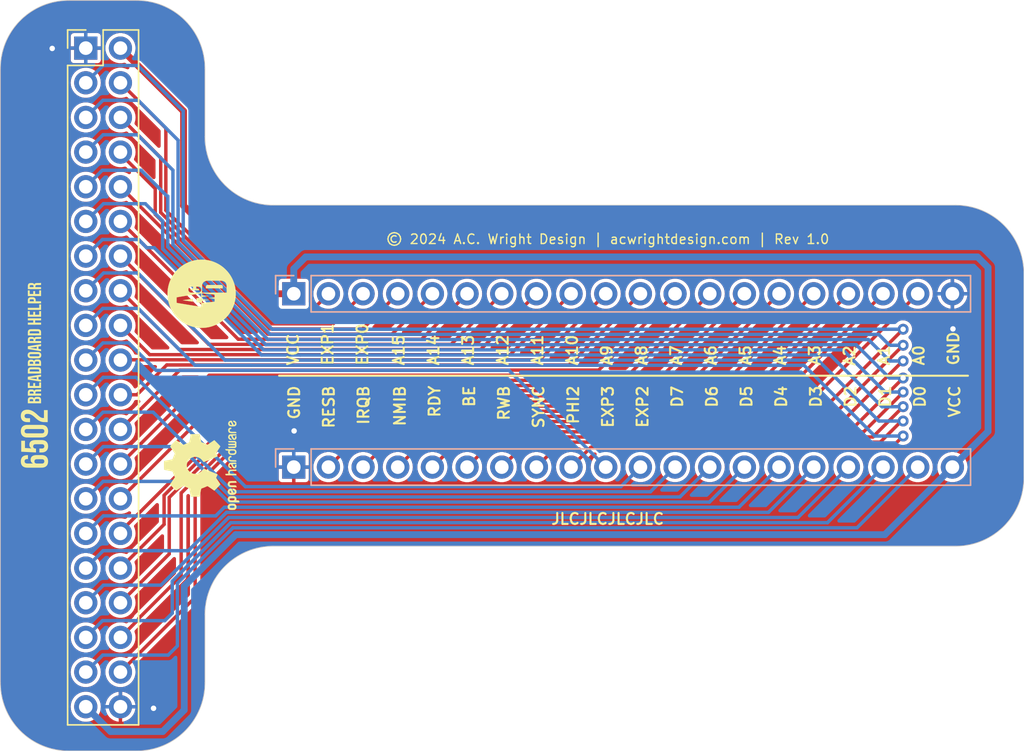
<source format=kicad_pcb>
(kicad_pcb (version 20240108) (generator "pcbnew") (generator_version "8.0")
  (title_block (title "6502 Breadboard Helper") (date "2024-06-04") (rev "1.0") (company "A.C. Wright Design"))
  (layers (0 "F.Cu" signal "Top") (31 "B.Cu" signal "Bottom") (34 "B.Paste" user) (35 "F.Paste" user) (36 "B.SilkS" user "B.Silkscreen") (37 "F.SilkS" user "F.Silkscreen") (38 "B.Mask" user) (39 "F.Mask" user) (44 "Edge.Cuts" user))
  (net 0 "")
  (net 1 "GND")
  (net 2 "VCC")
  (net 3 "A2")
  (net 4 "A5")
  (net 5 "D0")
  (net 6 "IRQB")
  (net 7 "D3")
  (net 8 "D7")
  (net 9 "SYNC")
  (net 10 "EXP2")
  (net 11 "A0")
  (net 12 "A9")
  (net 13 "EXP0")
  (net 14 "NMIB")
  (net 15 "A1")
  (net 16 "RWB")
  (net 17 "A4")
  (net 18 "D5")
  (net 19 "A8")
  (net 20 "RESB")
  (net 21 "A15")
  (net 22 "A14")
  (net 23 "A13")
  (net 24 "A12")
  (net 25 "A11")
  (net 26 "A10")
  (net 27 "D2")
  (net 28 "D1")
  (net 29 "A6")
  (net 30 "D6")
  (net 31 "A7")
  (net 32 "A3")
  (net 33 "RDY")
  (net 34 "EXP3")
  (net 35 "BE")
  (net 36 "D4")
  (net 37 "PHI2")
  (net 38 "EXP1")
  (footprint "Connector_PinHeader_2.54mm:PinHeader_2x20_P2.54mm_Vertical" (layer "F.Cu") (at 86.5611 77.3136)
    (property "Reference" "J1" (hide yes))
    (property "Value" "Conn_02x20_Odd_Even" (hide yes))
    (pad "1" thru_hole rect (at 0 0) (size 1.7 1.7) (drill 1) (layers "*.Cu" "*.Mask") (net 1 "GND"))
    (pad "2" thru_hole oval (at 2.54 0) (size 1.7 1.7) (drill 1) (layers "*.Cu" "*.Mask") (net 2 "VCC"))
    (pad "3" thru_hole oval (at 0 2.54) (size 1.7 1.7) (drill 1) (layers "*.Cu" "*.Mask") (net 20 "RESB"))
    (pad "4" thru_hole oval (at 2.54 2.54) (size 1.7 1.7) (drill 1) (layers "*.Cu" "*.Mask") (net 38 "EXP1"))
    (pad "5" thru_hole oval (at 0 5.08) (size 1.7 1.7) (drill 1) (layers "*.Cu" "*.Mask") (net 6 "IRQB"))
    (pad "6" thru_hole oval (at 2.54 5.08) (size 1.7 1.7) (drill 1) (layers "*.Cu" "*.Mask") (net 13 "EXP0"))
    (pad "7" thru_hole oval (at 0 7.62) (size 1.7 1.7) (drill 1) (layers "*.Cu" "*.Mask") (net 14 "NMIB"))
    (pad "8" thru_hole oval (at 2.54 7.62) (size 1.7 1.7) (drill 1) (layers "*.Cu" "*.Mask") (net 21 "A15"))
    (pad "9" thru_hole oval (at 0 10.16) (size 1.7 1.7) (drill 1) (layers "*.Cu" "*.Mask") (net 33 "RDY"))
    (pad "10" thru_hole oval (at 2.54 10.16) (size 1.7 1.7) (drill 1) (layers "*.Cu" "*.Mask") (net 22 "A14"))
    (pad "11" thru_hole oval (at 0 12.7) (size 1.7 1.7) (drill 1) (layers "*.Cu" "*.Mask") (net 35 "BE"))
    (pad "12" thru_hole oval (at 2.54 12.7) (size 1.7 1.7) (drill 1) (layers "*.Cu" "*.Mask") (net 23 "A13"))
    (pad "13" thru_hole oval (at 0 15.24) (size 1.7 1.7) (drill 1) (layers "*.Cu" "*.Mask") (net 16 "RWB"))
    (pad "14" thru_hole oval (at 2.54 15.24) (size 1.7 1.7) (drill 1) (layers "*.Cu" "*.Mask") (net 24 "A12"))
    (pad "15" thru_hole oval (at 0 17.78) (size 1.7 1.7) (drill 1) (layers "*.Cu" "*.Mask") (net 9 "SYNC"))
    (pad "16" thru_hole oval (at 2.54 17.78) (size 1.7 1.7) (drill 1) (layers "*.Cu" "*.Mask") (net 25 "A11"))
    (pad "17" thru_hole oval (at 0 20.32) (size 1.7 1.7) (drill 1) (layers "*.Cu" "*.Mask") (net 37 "PHI2"))
    (pad "18" thru_hole oval (at 2.54 20.32) (size 1.7 1.7) (drill 1) (layers "*.Cu" "*.Mask") (net 26 "A10"))
    (pad "19" thru_hole oval (at 0 22.86) (size 1.7 1.7) (drill 1) (layers "*.Cu" "*.Mask") (net 34 "EXP3"))
    (pad "20" thru_hole oval (at 2.54 22.86) (size 1.7 1.7) (drill 1) (layers "*.Cu" "*.Mask") (net 12 "A9"))
    (pad "21" thru_hole oval (at 0 25.4) (size 1.7 1.7) (drill 1) (layers "*.Cu" "*.Mask") (net 10 "EXP2"))
    (pad "22" thru_hole oval (at 2.54 25.4) (size 1.7 1.7) (drill 1) (layers "*.Cu" "*.Mask") (net 19 "A8"))
    (pad "23" thru_hole oval (at 0 27.94) (size 1.7 1.7) (drill 1) (layers "*.Cu" "*.Mask") (net 8 "D7"))
    (pad "24" thru_hole oval (at 2.54 27.94) (size 1.7 1.7) (drill 1) (layers "*.Cu" "*.Mask") (net 31 "A7"))
    (pad "25" thru_hole oval (at 0 30.48) (size 1.7 1.7) (drill 1) (layers "*.Cu" "*.Mask") (net 30 "D6"))
    (pad "26" thru_hole oval (at 2.54 30.48) (size 1.7 1.7) (drill 1) (layers "*.Cu" "*.Mask") (net 29 "A6"))
    (pad "27" thru_hole oval (at 0 33.02) (size 1.7 1.7) (drill 1) (layers "*.Cu" "*.Mask") (net 18 "D5"))
    (pad "28" thru_hole oval (at 2.54 33.02) (size 1.7 1.7) (drill 1) (layers "*.Cu" "*.Mask") (net 4 "A5"))
    (pad "29" thru_hole oval (at 0 35.56) (size 1.7 1.7) (drill 1) (layers "*.Cu" "*.Mask") (net 36 "D4"))
    (pad "30" thru_hole oval (at 2.54 35.56) (size 1.7 1.7) (drill 1) (layers "*.Cu" "*.Mask") (net 17 "A4"))
    (pad "31" thru_hole oval (at 0 38.1) (size 1.7 1.7) (drill 1) (layers "*.Cu" "*.Mask") (net 7 "D3"))
    (pad "32" thru_hole oval (at 2.54 38.1) (size 1.7 1.7) (drill 1) (layers "*.Cu" "*.Mask") (net 32 "A3"))
    (pad "33" thru_hole oval (at 0 40.64) (size 1.7 1.7) (drill 1) (layers "*.Cu" "*.Mask") (net 27 "D2"))
    (pad "34" thru_hole oval (at 2.54 40.64) (size 1.7 1.7) (drill 1) (layers "*.Cu" "*.Mask") (net 3 "A2"))
    (pad "35" thru_hole oval (at 0 43.18) (size 1.7 1.7) (drill 1) (layers "*.Cu" "*.Mask") (net 28 "D1"))
    (pad "36" thru_hole oval (at 2.54 43.18) (size 1.7 1.7) (drill 1) (layers "*.Cu" "*.Mask") (net 15 "A1"))
    (pad "37" thru_hole oval (at 0 45.72) (size 1.7 1.7) (drill 1) (layers "*.Cu" "*.Mask") (net 5 "D0"))
    (pad "38" thru_hole oval (at 2.54 45.72) (size 1.7 1.7) (drill 1) (layers "*.Cu" "*.Mask") (net 11 "A0"))
    (pad "39" thru_hole oval (at 0 48.26) (size 1.7 1.7) (drill 1) (layers "*.Cu" "*.Mask") (net 2 "VCC"))
    (pad "40" thru_hole oval (at 2.54 48.26) (size 1.7 1.7) (drill 1) (layers "*.Cu" "*.Mask") (net 1 "GND"))
  )
  (footprint "6502 Logos:6502 Breadboard Helper 2mm" (layer "F.Cu") (at 82.8011 101.0636 90)
    (property "Reference" "G***" (hide yes))
    (property "Value" "LOGO" (hide yes))
  )
  (footprint "A.C. Wright Logo:A.C. Wright Logo 5mm" (layer "F.Cu") (at 95.0511 95.3136 90)
    (property "Reference" "G***" (hide yes))
    (property "Value" "LOGO" (hide yes))
  )
  (footprint "Symbol:OSHW-Logo2_7.3x6mm_SilkScreen" (layer "F.Cu") (at 95.0511 107.8886 90)
    (property "Reference" "REF**" (hide yes))
    (property "Value" "OSHW-Logo2_7.3x6mm_SilkScreen" (hide yes))
  )
  (footprint "Connector_PinHeader_2.54mm:PinHeader_1x20_P2.54mm_Vertical" (layer "B.Cu") (at 101.8011 108.0136 -90)
    (property "Reference" "J2" (hide yes))
    (property "Value" "Conn_01x20" (hide yes))
    (pad "1" thru_hole rect (at 0 0 270) (size 1.7 1.7) (drill 1) (layers "*.Cu" "*.Mask") (net 1 "GND"))
    (pad "2" thru_hole oval (at 0 -2.54 270) (size 1.7 1.7) (drill 1) (layers "*.Cu" "*.Mask") (net 20 "RESB"))
    (pad "3" thru_hole oval (at 0 -5.08 270) (size 1.7 1.7) (drill 1) (layers "*.Cu" "*.Mask") (net 6 "IRQB"))
    (pad "4" thru_hole oval (at 0 -7.62 270) (size 1.7 1.7) (drill 1) (layers "*.Cu" "*.Mask") (net 14 "NMIB"))
    (pad "5" thru_hole oval (at 0 -10.16 270) (size 1.7 1.7) (drill 1) (layers "*.Cu" "*.Mask") (net 33 "RDY"))
    (pad "6" thru_hole oval (at 0 -12.7 270) (size 1.7 1.7) (drill 1) (layers "*.Cu" "*.Mask") (net 35 "BE"))
    (pad "7" thru_hole oval (at 0 -15.24 270) (size 1.7 1.7) (drill 1) (layers "*.Cu" "*.Mask") (net 16 "RWB"))
    (pad "8" thru_hole oval (at 0 -17.78 270) (size 1.7 1.7) (drill 1) (layers "*.Cu" "*.Mask") (net 9 "SYNC"))
    (pad "9" thru_hole oval (at 0 -20.32 270) (size 1.7 1.7) (drill 1) (layers "*.Cu" "*.Mask") (net 37 "PHI2"))
    (pad "10" thru_hole oval (at 0 -22.86 270) (size 1.7 1.7) (drill 1) (layers "*.Cu" "*.Mask") (net 34 "EXP3"))
    (pad "11" thru_hole oval (at 0 -25.4 270) (size 1.7 1.7) (drill 1) (layers "*.Cu" "*.Mask") (net 10 "EXP2"))
    (pad "12" thru_hole oval (at 0 -27.94 270) (size 1.7 1.7) (drill 1) (layers "*.Cu" "*.Mask") (net 8 "D7"))
    (pad "13" thru_hole oval (at 0 -30.48 270) (size 1.7 1.7) (drill 1) (layers "*.Cu" "*.Mask") (net 30 "D6"))
    (pad "14" thru_hole oval (at 0 -33.02 270) (size 1.7 1.7) (drill 1) (layers "*.Cu" "*.Mask") (net 18 "D5"))
    (pad "15" thru_hole oval (at 0 -35.56 270) (size 1.7 1.7) (drill 1) (layers "*.Cu" "*.Mask") (net 36 "D4"))
    (pad "16" thru_hole oval (at 0 -38.1 270) (size 1.7 1.7) (drill 1) (layers "*.Cu" "*.Mask") (net 7 "D3"))
    (pad "17" thru_hole oval (at 0 -40.64 270) (size 1.7 1.7) (drill 1) (layers "*.Cu" "*.Mask") (net 27 "D2"))
    (pad "18" thru_hole oval (at 0 -43.18 270) (size 1.7 1.7) (drill 1) (layers "*.Cu" "*.Mask") (net 28 "D1"))
    (pad "19" thru_hole oval (at 0 -45.72 270) (size 1.7 1.7) (drill 1) (layers "*.Cu" "*.Mask") (net 5 "D0"))
    (pad "20" thru_hole oval (at 0 -48.26 270) (size 1.7 1.7) (drill 1) (layers "*.Cu" "*.Mask") (net 2 "VCC"))
  )
  (footprint "Connector_PinHeader_2.54mm:PinHeader_1x20_P2.54mm_Vertical" (layer "B.Cu") (at 101.8011 95.3136 -90)
    (property "Reference" "J3" (hide yes))
    (property "Value" "Conn_01x20" (hide yes))
    (pad "1" thru_hole rect (at 0 0 270) (size 1.7 1.7) (drill 1) (layers "*.Cu" "*.Mask") (net 2 "VCC"))
    (pad "2" thru_hole oval (at 0 -2.54 270) (size 1.7 1.7) (drill 1) (layers "*.Cu" "*.Mask") (net 38 "EXP1"))
    (pad "3" thru_hole oval (at 0 -5.08 270) (size 1.7 1.7) (drill 1) (layers "*.Cu" "*.Mask") (net 13 "EXP0"))
    (pad "4" thru_hole oval (at 0 -7.62 270) (size 1.7 1.7) (drill 1) (layers "*.Cu" "*.Mask") (net 21 "A15"))
    (pad "5" thru_hole oval (at 0 -10.16 270) (size 1.7 1.7) (drill 1) (layers "*.Cu" "*.Mask") (net 22 "A14"))
    (pad "6" thru_hole oval (at 0 -12.7 270) (size 1.7 1.7) (drill 1) (layers "*.Cu" "*.Mask") (net 23 "A13"))
    (pad "7" thru_hole oval (at 0 -15.24 270) (size 1.7 1.7) (drill 1) (layers "*.Cu" "*.Mask") (net 24 "A12"))
    (pad "8" thru_hole oval (at 0 -17.78 270) (size 1.7 1.7) (drill 1) (layers "*.Cu" "*.Mask") (net 25 "A11"))
    (pad "9" thru_hole oval (at 0 -20.32 270) (size 1.7 1.7) (drill 1) (layers "*.Cu" "*.Mask") (net 26 "A10"))
    (pad "10" thru_hole oval (at 0 -22.86 270) (size 1.7 1.7) (drill 1) (layers "*.Cu" "*.Mask") (net 12 "A9"))
    (pad "11" thru_hole oval (at 0 -25.4 270) (size 1.7 1.7) (drill 1) (layers "*.Cu" "*.Mask") (net 19 "A8"))
    (pad "12" thru_hole oval (at 0 -27.94 270) (size 1.7 1.7) (drill 1) (layers "*.Cu" "*.Mask") (net 31 "A7"))
    (pad "13" thru_hole oval (at 0 -30.48 270) (size 1.7 1.7) (drill 1) (layers "*.Cu" "*.Mask") (net 29 "A6"))
    (pad "14" thru_hole oval (at 0 -33.02 270) (size 1.7 1.7) (drill 1) (layers "*.Cu" "*.Mask") (net 4 "A5"))
    (pad "15" thru_hole oval (at 0 -35.56 270) (size 1.7 1.7) (drill 1) (layers "*.Cu" "*.Mask") (net 17 "A4"))
    (pad "16" thru_hole oval (at 0 -38.1 270) (size 1.7 1.7) (drill 1) (layers "*.Cu" "*.Mask") (net 32 "A3"))
    (pad "17" thru_hole oval (at 0 -40.64 270) (size 1.7 1.7) (drill 1) (layers "*.Cu" "*.Mask") (net 3 "A2"))
    (pad "18" thru_hole oval (at 0 -43.18 270) (size 1.7 1.7) (drill 1) (layers "*.Cu" "*.Mask") (net 15 "A1"))
    (pad "19" thru_hole oval (at 0 -45.72 270) (size 1.7 1.7) (drill 1) (layers "*.Cu" "*.Mask") (net 11 "A0"))
    (pad "20" thru_hole oval (at 0 -48.26 270) (size 1.7 1.7) (drill 1) (layers "*.Cu" "*.Mask") (net 1 "GND"))
  )
  (gr_line (start 100.725 101.318) (end 151.2 101.318) (stroke (width 0.15)) (layer "F.SilkS"))
  (gr_arc (start 80.3011 78.8136) (mid 81.765566 75.278066) (end 85.3011 73.8136) (stroke (width 0.05)) (layer "Edge.Cuts"))
  (gr_line (start 155.3011 93.8136) (end 155.3011 108.8136) (stroke (width 0.05)) (layer "Edge.Cuts"))
  (gr_line (start 95.3011 78.8136) (end 95.3011 83.8136) (stroke (width 0.05)) (layer "Edge.Cuts"))
  (gr_line (start 150.3011 88.8136) (end 100.3011 88.8136) (stroke (width 0.05)) (layer "Edge.Cuts"))
  (gr_arc (start 155.3011 108.8136) (mid 153.836634 112.349134) (end 150.3011 113.8136) (stroke (width 0.05)) (layer "Edge.Cuts"))
  (gr_line (start 95.3011 123.8136) (end 95.3011 118.8136) (stroke (width 0.05)) (layer "Edge.Cuts"))
  (gr_arc (start 150.3011 88.8136) (mid 153.836634 90.278066) (end 155.3011 93.8136) (stroke (width 0.05)) (layer "Edge.Cuts"))
  (gr_line (start 85.3011 128.8136) (end 90.3011 128.8136) (stroke (width 0.05)) (layer "Edge.Cuts"))
  (gr_line (start 150.3011 113.8136) (end 100.3011 113.8136) (stroke (width 0.05)) (layer "Edge.Cuts"))
  (gr_line (start 80.3011 78.8136) (end 80.3011 123.8136) (stroke (width 0.05)) (layer "Edge.Cuts"))
  (gr_arc (start 85.3011 128.8136) (mid 81.765566 127.349134) (end 80.3011 123.8136) (stroke (width 0.05)) (layer "Edge.Cuts"))
  (gr_arc (start 90.3011 73.8136) (mid 93.836634 75.278066) (end 95.3011 78.8136) (stroke (width 0.05)) (layer "Edge.Cuts"))
  (gr_line (start 90.3011 73.8136) (end 85.3011 73.8136) (stroke (width 0.05)) (layer "Edge.Cuts"))
  (gr_arc (start 100.3011 88.8136) (mid 96.765566 87.349134) (end 95.3011 83.8136) (stroke (width 0.05)) (layer "Edge.Cuts"))
  (gr_arc (start 95.3011 123.8136) (mid 93.836634 127.349134) (end 90.3011 128.8136) (stroke (width 0.05)) (layer "Edge.Cuts"))
  (gr_arc (start 95.3011 118.8136) (mid 96.765566 115.278066) (end 100.3011 113.8136) (stroke (width 0.05)) (layer "Edge.Cuts"))
  (gr_text "GND" (at 101.833 101.968 90) (layer "F.SilkS") (effects (font (size 0.8 0.8) (thickness 0.15) (bold yes)) (justify right)))
  (gr_text "VCC" (at 101.75 100.643 90) (layer "F.SilkS") (effects (font (size 0.8 0.8) (thickness 0.15) (bold yes)) (justify left)))
  (gr_text "GND" (at 150.137 100.643 90) (layer "F.SilkS") (effects (font (size 0.8 0.8) (thickness 0.15) (bold yes)) (justify left)))
  (gr_text "RESB" (at 104.373 101.968 90) (layer "F.SilkS") (effects (font (size 0.8 0.8) (thickness 0.15) (bold yes)) (justify right)))
  (gr_text "IRQB" (at 106.913 101.968 90) (layer "F.SilkS") (effects (font (size 0.8 0.8) (thickness 0.15) (bold yes)) (justify right)))
  (gr_text "EXP0" (at 106.83 100.643 90) (layer "F.SilkS") (effects (font (size 0.8 0.8) (thickness 0.15) (bold yes)) (justify left)))
  (gr_text "EXP2" (at 127.36 101.968 90) (layer "F.SilkS") (effects (font (size 0.8 0.8) (thickness 0.15) (bold yes)) (justify right)))
  (gr_text "A3" (at 139.977 100.643 90) (layer "F.SilkS") (effects (font (size 0.8 0.8) (thickness 0.15) (bold yes)) (justify left)))
  (gr_text "VCC" (at 150.22 101.968 90) (layer "F.SilkS") (effects (font (size 0.8 0.8) (thickness 0.15) (bold yes)) (justify right)))
  (gr_text "SYNC" (at 119.74 101.968 90) (layer "F.SilkS") (effects (font (size 0.8 0.8) (thickness 0.15) (bold yes)) (justify right)))
  (gr_text "BE" (at 114.66 101.968 90) (layer "F.SilkS") (effects (font (size 0.8 0.8) (thickness 0.15) (bold yes)) (justify right)))
  (gr_text "A12" (at 117.117 100.643 90) (layer "F.SilkS") (effects (font (size 0.8 0.8) (thickness 0.15) (bold yes)) (justify left)))
  (gr_text "A15" (at 109.497 100.643 90) (layer "F.SilkS") (effects (font (size 0.8 0.8) (thickness 0.15) (bold yes)) (justify left)))
  (gr_text "A2" (at 142.525 100.668 90) (layer "F.SilkS") (effects (font (size 0.8 0.8) (thickness 0.15) (bold yes)) (justify left)))
  (gr_text "D2" (at 142.6 101.968 90) (layer "F.SilkS") (effects (font (size 0.8 0.8) (thickness 0.15) (bold yes)) (justify right)))
  (gr_text "A6" (at 132.357 100.643 90) (layer "F.SilkS") (effects (font (size 0.8 0.8) (thickness 0.15) (bold yes)) (justify left)))
  (gr_text "A9" (at 124.737 100.643 90) (layer "F.SilkS") (effects (font (size 0.8 0.8) (thickness 0.15) (bold yes)) (justify left)))
  (gr_text "D3" (at 140.06 101.968 90) (layer "F.SilkS") (effects (font (size 0.8 0.8) (thickness 0.15) (bold yes)) (justify right)))
  (gr_text "A14" (at 112.037 100.643 90) (layer "F.SilkS") (effects (font (size 0.8 0.8) (thickness 0.15) (bold yes)) (justify left)))
  (gr_text "RDY" (at 112.12 101.968 90) (layer "F.SilkS") (effects (font (size 0.8 0.8) (thickness 0.15) (bold yes)) (justify right)))
  (gr_text "RWB" (at 117.2 101.968 90) (layer "F.SilkS") (effects (font (size 0.8 0.8) (thickness 0.15) (bold yes)) (justify right)))
  (gr_text "D5" (at 134.98 101.968 90) (layer "F.SilkS") (effects (font (size 0.8 0.8) (thickness 0.15) (bold yes)) (justify right)))
  (gr_text "D0" (at 147.68 101.968 90) (layer "F.SilkS") (effects (font (size 0.8 0.8) (thickness 0.15) (bold yes)) (justify right)))
  (gr_text "A11" (at 119.657 100.643 90) (layer "F.SilkS") (effects (font (size 0.8 0.8) (thickness 0.15) (bold yes)) (justify left)))
  (gr_text "JLCJLCJLCJLC" (at 124.8011 111.8136 0) (layer "F.SilkS") (effects (font (size 0.8 0.8))))
  (gr_text "D6" (at 132.44 101.968 90) (layer "F.SilkS") (effects (font (size 0.8 0.8) (thickness 0.15) (bold yes)) (justify right)))
  (gr_text "D4" (at 137.52 101.968 90) (layer "F.SilkS") (effects (font (size 0.8 0.8) (thickness 0.15) (bold yes)) (justify right)))
  (gr_text "PHI2" (at 122.28 101.968 90) (layer "F.SilkS") (effects (font (size 0.8 0.8) (thickness 0.15) (bold yes)) (justify right)))
  (gr_text "A0" (at 147.597 100.643 90) (layer "F.SilkS") (effects (font (size 0.8 0.8) (thickness 0.15) (bold yes)) (justify left)))
  (gr_text "A13" (at 114.577 100.643 90) (layer "F.SilkS") (effects (font (size 0.8 0.8) (thickness 0.15) (bold yes)) (justify left)))
  (gr_text "© 2024 A.C. Wright Design | acwrightdesign.com | Rev 1.0" (at 124.8011 91.3136 0) (layer "F.SilkS") (effects (font (size 0.7 0.7) (thickness 0.1))))
  (gr_text "A5" (at 134.897 100.643 90) (layer "F.SilkS") (effects (font (size 0.8 0.8) (thickness 0.15) (bold yes)) (justify left)))
  (gr_text "A10" (at 122.197 100.643 90) (layer "F.SilkS") (effects (font (size 0.8 0.8) (thickness 0.15) (bold yes)) (justify left)))
  (gr_text "A4" (at 137.437 100.643 90) (layer "F.SilkS") (effects (font (size 0.8 0.8) (thickness 0.15) (bold yes)) (justify left)))
  (gr_text "A8" (at 127.277 100.643 90) (layer "F.SilkS") (effects (font (size 0.8 0.8) (thickness 0.15) (bold yes)) (justify left)))
  (gr_text "A7" (at 129.817 100.643 90) (layer "F.SilkS") (effects (font (size 0.8 0.8) (thickness 0.15) (bold yes)) (justify left)))
  (gr_text "D7" (at 129.9 101.968 90) (layer "F.SilkS") (effects (font (size 0.8 0.8) (thickness 0.15) (bold yes)) (justify right)))
  (gr_text "EXP1" (at 104.29 100.643 90) (layer "F.SilkS") (effects (font (size 0.8 0.8) (thickness 0.15) (bold yes)) (justify left)))
  (gr_text "D1" (at 145.14 101.968 90) (layer "F.SilkS") (effects (font (size 0.8 0.8) (thickness 0.15) (bold yes)) (justify right)))
  (gr_text "NMIB" (at 109.58 101.968 90) (layer "F.SilkS") (effects (font (size 0.8 0.8) (thickness 0.15) (bold yes)) (justify right)))
  (gr_text "EXP3\n" (at 124.82 101.968 90) (layer "F.SilkS") (effects (font (size 0.8 0.8) (thickness 0.15) (bold yes)) (justify right)))
  (gr_text "A1" (at 145.057 100.643 90) (layer "F.SilkS") (effects (font (size 0.8 0.8) (thickness 0.15) (bold yes)) (justify left)))
  (via (at 91.5261 125.6886) (size 0.8) (drill 0.4) (layers "F.Cu" "B.Cu") (net 1))
  (via (at 84.1011 77.3386) (size 0.8) (drill 0.4) (layers "F.Cu" "B.Cu") (net 1))
  (via (at 150.1011 97.8886) (size 0.8) (drill 0.4) (layers "F.Cu" "B.Cu") (net 1))
  (via (at 101.8261 105.3636) (size 0.8) (drill 0.4) (layers "F.Cu" "B.Cu") (net 1))
  (segment (start 100.1761 95.3136) (end 101.8011 95.3136) (width 0.5) (layer "F.Cu") (net 2))
  (segment (start 93.7261 88.8636) (end 100.1761 95.3136) (width 0.5) (layer "F.Cu") (net 2))
  (segment (start 89.1011 77.3136) (end 93.7261 81.9386) (width 0.5) (layer "F.Cu") (net 2))
  (segment (start 93.7261 81.9386) (end 93.7261 88.8636) (width 0.5) (layer "F.Cu") (net 2))
  (segment (start 102.6761 92.6136) (end 101.8011 93.4886) (width 0.5) (layer "B.Cu") (net 2))
  (segment (start 92.2011 127.3886) (end 93.7761 125.8136) (width 0.5) (layer "B.Cu") (net 2))
  (segment (start 88.3761 127.3886) (end 92.2011 127.3886) (width 0.5) (layer "B.Cu") (net 2))
  (segment (start 145.1111 112.9636) (end 150.0611 108.0136) (width 0.5) (layer "B.Cu") (net 2))
  (segment (start 93.7761 116.7386) (end 97.5511 112.9636) (width 0.5) (layer "B.Cu") (net 2))
  (segment (start 86.5611 125.5736) (end 88.3761 127.3886) (width 0.5) (layer "B.Cu") (net 2))
  (segment (start 151.9011 92.6136) (end 102.6761 92.6136) (width 0.5) (layer "B.Cu") (net 2))
  (segment (start 152.6761 105.3986) (end 152.6761 93.3886) (width 0.5) (layer "B.Cu") (net 2))
  (segment (start 97.5511 112.9636) (end 145.1111 112.9636) (width 0.5) (layer "B.Cu") (net 2))
  (segment (start 152.6761 93.3886) (end 151.9011 92.6136) (width 0.5) (layer "B.Cu") (net 2))
  (segment (start 150.0611 108.0136) (end 152.6761 105.3986) (width 0.5) (layer "B.Cu") (net 2))
  (segment (start 93.7761 125.8136) (end 93.7761 116.7386) (width 0.5) (layer "B.Cu") (net 2))
  (segment (start 101.8011 93.4886) (end 101.8011 95.3136) (width 0.5) (layer "B.Cu") (net 2))
  (segment (start 89.1011 117.9536) (end 92.6761 114.3786) (width 0.25) (layer "F.Cu") (net 3))
  (segment (start 134.9631 102.7916) (end 142.4411 95.3136) (width 0.25) (layer "F.Cu") (net 3))
  (segment (start 92.6761 110.2386) (end 100.1231 102.7916) (width 0.25) (layer "F.Cu") (net 3))
  (segment (start 92.6761 114.3786) (end 92.6761 110.2386) (width 0.25) (layer "F.Cu") (net 3))
  (segment (start 100.1231 102.7916) (end 134.9631 102.7916) (width 0.25) (layer "F.Cu") (net 3))
  (segment (start 128.4741 101.6606) (end 134.8211 95.3136) (width 0.25) (layer "F.Cu") (net 4))
  (segment (start 97.7741 101.6606) (end 128.4741 101.6606) (width 0.25) (layer "F.Cu") (net 4))
  (segment (start 89.1011 110.3336) (end 97.7741 101.6606) (width 0.25) (layer "F.Cu") (net 4))
  (segment (start 87.8061 121.7886) (end 92.6011 121.7886) (width 0.25) (layer "B.Cu") (net 5))
  (segment (start 92.6011 121.7886) (end 93.2741 121.1156) (width 0.25) (layer "B.Cu") (net 5))
  (segment (start 93.2741 116.530664) (end 97.343164 112.4616) (width 0.25) (layer "B.Cu") (net 5))
  (segment (start 143.0731 112.4616) (end 147.5211 108.0136) (width 0.25) (layer "B.Cu") (net 5))
  (segment (start 97.343164 112.4616) (end 143.0731 112.4616) (width 0.25) (layer "B.Cu") (net 5))
  (segment (start 93.2741 121.1156) (end 93.2741 116.530664) (width 0.25) (layer "B.Cu") (net 5))
  (segment (start 86.5611 123.0336) (end 87.8061 121.7886) (width 0.25) (layer "B.Cu") (net 5))
  (segment (start 110.5951 104.2996) (end 106.8811 108.0136) (width 0.25) (layer "F.Cu") (net 6))
  (segment (start 146.4511 99.0886) (end 141.2401 104.2996) (width 0.25) (layer "F.Cu") (net 6))
  (segment (start 141.2401 104.2996) (end 110.5951 104.2996) (width 0.25) (layer "F.Cu") (net 6))
  (via (at 146.4511 99.0886) (size 0.8) (drill 0.4) (layers "F.Cu" "B.Cu") (net 6))
  (segment (start 87.8161 81.1386) (end 90.4011 81.1386) (width 0.25) (layer "B.Cu") (net 6))
  (segment (start 86.5611 82.3936) (end 87.8161 81.1386) (width 0.25) (layer "B.Cu") (net 6))
  (segment (start 93.3241 91.544759) (end 100.069941 98.2906) (width 0.25) (layer "B.Cu") (net 6))
  (segment (start 145.4511 99.0886) (end 146.4511 99.0886) (width 0.25) (layer "B.Cu") (net 6))
  (segment (start 144.6531 98.2906) (end 145.4511 99.0886) (width 0.25) (layer "B.Cu") (net 6))
  (segment (start 90.4011 81.1386) (end 93.3241 84.0616) (width 0.25) (layer "B.Cu") (net 6))
  (segment (start 93.3241 84.0616) (end 93.3241 91.544759) (width 0.25) (layer "B.Cu") (net 6))
  (segment (start 100.069941 98.2906) (end 144.6531 98.2906) (width 0.25) (layer "B.Cu") (net 6))
  (segment (start 136.5841 111.3306) (end 139.9011 108.0136) (width 0.25) (layer "B.Cu") (net 7))
  (segment (start 96.433006 111.772283) (end 96.653847 111.551441) (width 0.25) (layer "B.Cu") (net 7))
  (segment (start 94.06669 114.1386) (end 96.433006 111.772283) (width 0.25) (layer "B.Cu") (net 7))
  (segment (start 96.653847 111.551441) (end 96.874688 111.3306) (width 0.25) (layer "B.Cu") (net 7))
  (segment (start 87.8361 114.1386) (end 94.06669 114.1386) (width 0.25) (layer "B.Cu") (net 7))
  (segment (start 96.874688 111.3306) (end 136.5841 111.3306) (width 0.25) (layer "B.Cu") (net 7))
  (segment (start 86.5611 115.4136) (end 87.8361 114.1386) (width 0.25) (layer "B.Cu") (net 7))
  (segment (start 87.8261 103.9886) (end 91.492416 103.9886) (width 0.25) (layer "B.Cu") (net 8))
  (segment (start 97.326416 109.8226) (end 127.9321 109.8226) (width 0.25) (layer "B.Cu") (net 8))
  (segment (start 86.5611 105.2536) (end 87.8261 103.9886) (width 0.25) (layer "B.Cu") (net 8))
  (segment (start 127.9321 109.8226) (end 129.7411 108.0136) (width 0.25) (layer "B.Cu") (net 8))
  (segment (start 91.492416 103.9886) (end 97.326416 109.8226) (width 0.25) (layer "B.Cu") (net 8))
  (segment (start 146.3261 104.6386) (end 144.7801 106.1846) (width 0.25) (layer "F.Cu") (net 9))
  (segment (start 144.7801 106.1846) (end 121.4101 106.1846) (width 0.25) (layer "F.Cu") (net 9))
  (segment (start 121.4101 106.1846) (end 119.5811 108.0136) (width 0.25) (layer "F.Cu") (net 9))
  (segment (start 146.4511 104.6386) (end 146.3261 104.6386) (width 0.25) (layer "F.Cu") (net 9))
  (via (at 146.4511 104.6386) (size 0.8) (drill 0.4) (layers "F.Cu" "B.Cu") (net 9))
  (segment (start 89.1511 93.7886) (end 90.3761 93.7886) (width 0.25) (layer "B.Cu") (net 9))
  (segment (start 101.6011 100.1756) (end 140.2131 100.1756) (width 0.25) (layer "B.Cu") (net 9))
  (segment (start 144.5011 104.4636) (end 144.6761 104.6386) (width 0.25) (layer "B.Cu") (net 9))
  (segment (start 144.6761 104.6386) (end 146.4511 104.6386) (width 0.25) (layer "B.Cu") (net 9))
  (segment (start 86.5611 95.0936) (end 87.8661 93.7886) (width 0.25) (layer "B.Cu") (net 9))
  (segment (start 87.8661 93.7886) (end 89.1511 93.7886) (width 0.25) (layer "B.Cu") (net 9))
  (segment (start 92.0761 95.4886) (end 96.7631 100.1756) (width 0.25) (layer "B.Cu") (net 9))
  (segment (start 90.3761 93.7886) (end 92.0761 95.4886) (width 0.25) (layer "B.Cu") (net 9))
  (segment (start 96.7631 100.1756) (end 101.6011 100.1756) (width 0.25) (layer "B.Cu") (net 9))
  (segment (start 140.2131 100.1756) (end 144.5011 104.4636) (width 0.25) (layer "B.Cu") (net 9))
  (segment (start 125.7691 109.4456) (end 127.2011 108.0136) (width 0.25) (layer "B.Cu") (net 10))
  (segment (start 90.2511 101.4386) (end 98.2581 109.4456) (width 0.25) (layer "B.Cu") (net 10))
  (segment (start 86.5611 102.7136) (end 87.8361 101.4386) (width 0.25) (layer "B.Cu") (net 10))
  (segment (start 98.2581 109.4456) (end 125.7691 109.4456) (width 0.25) (layer "B.Cu") (net 10))
  (segment (start 87.8361 101.4386) (end 90.2511 101.4386) (width 0.25) (layer "B.Cu") (net 10))
  (segment (start 94.5761 109.421758) (end 100.452258 103.5456) (width 0.25) (layer "F.Cu") (net 11))
  (segment (start 139.2891 103.5456) (end 147.5211 95.3136) (width 0.25) (layer "F.Cu") (net 11))
  (segment (start 89.1011 123.0336) (end 94.5761 117.5586) (width 0.25) (layer "F.Cu") (net 11))
  (segment (start 100.452258 103.5456) (end 139.2891 103.5456) (width 0.25) (layer "F.Cu") (net 11))
  (segment (start 94.5761 117.5586) (end 94.5761 109.421758) (width 0.25) (layer "F.Cu") (net 11))
  (segment (start 119.8221 100.1526) (end 124.6611 95.3136) (width 0.25) (layer "F.Cu") (net 12))
  (segment (start 89.9001 100.1526) (end 119.8221 100.1526) (width 0.25) (layer "F.Cu") (net 12))
  (segment (start 89.1011 100.1736) (end 89.5111 99.7636) (width 0.25) (layer "F.Cu") (net 12))
  (segment (start 89.5111 99.7636) (end 89.9001 100.1526) (width 0.25) (layer "F.Cu") (net 12))
  (segment (start 92.0511 89.357284) (end 100.207416 97.5136) (width 0.25) (layer "F.Cu") (net 13))
  (segment (start 92.0511 85.3436) (end 92.0511 89.357284) (width 0.25) (layer "F.Cu") (net 13))
  (segment (start 104.6811 97.5136) (end 106.8811 95.3136) (width 0.25) (layer "F.Cu") (net 13))
  (segment (start 100.207416 97.5136) (end 104.6811 97.5136) (width 0.25) (layer "F.Cu") (net 13))
  (segment (start 89.1011 82.3936) (end 92.0511 85.3436) (width 0.25) (layer "F.Cu") (net 13))
  (segment (start 146.4261 100.2386) (end 141.9881 104.6766) (width 0.25) (layer "F.Cu") (net 14))
  (segment (start 112.7581 104.6766) (end 109.4211 108.0136) (width 0.25) (layer "F.Cu") (net 14))
  (segment (start 141.9881 104.6766) (end 112.7581 104.6766) (width 0.25) (layer "F.Cu") (net 14))
  (via (at 146.4511 100.2386) (size 0.8) (drill 0.4) (layers "F.Cu" "B.Cu") (net 14))
  (segment (start 146.4261 100.2386) (end 145.4761 100.2386) (width 0.25) (layer "B.Cu") (net 14))
  (segment (start 145.4761 100.2386) (end 143.9051 98.6676) (width 0.25) (layer "B.Cu") (net 14))
  (segment (start 87.8311 83.6636) (end 86.5611 84.9336) (width 0.25) (layer "B.Cu") (net 14))
  (segment (start 92.9471 91.7096) (end 92.9471 86.2596) (width 0.25) (layer "B.Cu") (net 14))
  (segment (start 90.3511 83.6636) (end 87.8311 83.6636) (width 0.25) (layer "B.Cu") (net 14))
  (segment (start 143.9051 98.6676) (end 99.9051 98.6676) (width 0.25) (layer "B.Cu") (net 14))
  (segment (start 99.9051 98.6676) (end 92.9471 91.7096) (width 0.25) (layer "B.Cu") (net 14))
  (segment (start 92.9471 86.2596) (end 90.3511 83.6636) (width 0.25) (layer "B.Cu") (net 14))
  (segment (start 89.1011 120.4936) (end 90.4411 119.1536) (width 0.25) (layer "F.Cu") (net 15))
  (segment (start 100.2961 103.1686) (end 137.1261 103.1686) (width 0.25) (layer "F.Cu") (net 15))
  (segment (start 137.1261 103.1686) (end 144.9811 95.3136) (width 0.25) (layer "F.Cu") (net 15))
  (segment (start 93.5511 115.9886) (end 93.5511 109.9136) (width 0.25) (layer "F.Cu") (net 15))
  (segment (start 90.4411 119.0986) (end 93.5511 115.9886) (width 0.25) (layer "F.Cu") (net 15))
  (segment (start 90.4411 119.1536) (end 90.4411 119.0986) (width 0.25) (layer "F.Cu") (net 15))
  (segment (start 93.5511 109.9136) (end 100.2961 103.1686) (width 0.25) (layer "F.Cu") (net 15))
  (segment (start 119.2471 105.8076) (end 117.0411 108.0136) (width 0.25) (layer "F.Cu") (net 16))
  (segment (start 146.4511 103.5886) (end 144.2321 105.8076) (width 0.25) (layer "F.Cu") (net 16))
  (segment (start 144.2321 105.8076) (end 119.2471 105.8076) (width 0.25) (layer "F.Cu") (net 16))
  (via (at 146.4511 103.5886) (size 0.8) (drill 0.4) (layers "F.Cu" "B.Cu") (net 16))
  (segment (start 90.4261 91.3386) (end 90.7761 91.6886) (width 0.25) (layer "B.Cu") (net 16))
  (segment (start 91.576624 91.9386) (end 98.663862 99.025838) (width 0.25) (layer "B.Cu") (net 16))
  (segment (start 99.215782 99.577759) (end 99.436623 99.7986) (width 0.25) (layer "B.Cu") (net 16))
  (segment (start 98.663862 99.025838) (end 99.215782 99.577759) (width 0.25) (layer "B.Cu") (net 16))
  (segment (start 141.1111 99.7986) (end 143.5261 102.2136) (width 0.25) (layer "B.Cu") (net 16))
  (segment (start 87.7761 91.3386) (end 88.9761 91.3386) (width 0.25) (layer "B.Cu") (net 16))
  (segment (start 102.2761 99.7986) (end 141.1111 99.7986) (width 0.25) (layer "B.Cu") (net 16))
  (segment (start 143.5261 102.2136) (end 144.9011 103.5886) (width 0.25) (layer "B.Cu") (net 16))
  (segment (start 86.5611 92.5536) (end 87.7761 91.3386) (width 0.25) (layer "B.Cu") (net 16))
  (segment (start 90.7761 91.6886) (end 91.0261 91.9386) (width 0.25) (layer "B.Cu") (net 16))
  (segment (start 88.9761 91.3386) (end 90.4261 91.3386) (width 0.25) (layer "B.Cu") (net 16))
  (segment (start 144.9011 103.5886) (end 146.4511 103.5886) (width 0.25) (layer "B.Cu") (net 16))
  (segment (start 99.436623 99.7986) (end 102.2761 99.7986) (width 0.25) (layer "B.Cu") (net 16))
  (segment (start 91.0261 91.9386) (end 91.576624 91.9386) (width 0.25) (layer "B.Cu") (net 16))
  (segment (start 99.810782 102.0376) (end 130.6371 102.0376) (width 0.25) (layer "F.Cu") (net 17))
  (segment (start 89.1011 112.747282) (end 99.810782 102.0376) (width 0.25) (layer "F.Cu") (net 17))
  (segment (start 89.1011 112.8736) (end 89.1011 112.747282) (width 0.25) (layer "F.Cu") (net 17))
  (segment (start 130.6371 102.0376) (end 137.3611 95.3136) (width 0.25) (layer "F.Cu") (net 17))
  (segment (start 86.5611 110.3336) (end 87.8311 109.0636) (width 0.25) (layer "B.Cu") (net 18))
  (segment (start 132.2581 110.5766) (end 134.8211 108.0136) (width 0.25) (layer "B.Cu") (net 18))
  (segment (start 95.5011 109.0636) (end 97.0141 110.5766) (width 0.25) (layer "B.Cu") (net 18))
  (segment (start 87.8311 109.0636) (end 95.5011 109.0636) (width 0.25) (layer "B.Cu") (net 18))
  (segment (start 97.0141 110.5766) (end 132.2581 110.5766) (width 0.25) (layer "B.Cu") (net 18))
  (segment (start 121.9851 100.5296) (end 127.2011 95.3136) (width 0.25) (layer "F.Cu") (net 19))
  (segment (start 92.495941 100.5296) (end 121.9851 100.5296) (width 0.25) (layer "F.Cu") (net 19))
  (segment (start 89.1011 102.7136) (end 90.311941 102.7136) (width 0.25) (layer "F.Cu") (net 19))
  (segment (start 90.311941 102.7136) (end 92.495941 100.5296) (width 0.25) (layer "F.Cu") (net 19))
  (segment (start 108.4321 103.9226) (end 104.3411 108.0136) (width 0.25) (layer "F.Cu") (net 20))
  (segment (start 140.4421 103.9226) (end 108.4321 103.9226) (width 0.25) (layer "F.Cu") (net 20))
  (segment (start 146.4511 97.9136) (end 140.4421 103.9226) (width 0.25) (layer "F.Cu") (net 20))
  (via (at 146.4511 97.9136) (size 0.8) (drill 0.4) (layers "F.Cu" "B.Cu") (net 20))
  (segment (start 87.8261 78.5886) (end 89.3011 78.5886) (width 0.25) (layer "B.Cu") (net 20))
  (segment (start 89.3011 78.5886) (end 90.3761 78.5886) (width 0.25) (layer "B.Cu") (net 20))
  (segment (start 92.2511 80.4636) (end 93.7011 81.9136) (width 0.25) (layer "B.Cu") (net 20))
  (segment (start 93.7011 83.5636) (end 93.7011 91.3886) (width 0.25) (layer "B.Cu") (net 20))
  (segment (start 90.3761 78.5886) (end 92.2511 80.4636) (width 0.25) (layer "B.Cu") (net 20))
  (segment (start 93.7011 81.9136) (end 93.7011 83.5636) (width 0.25) (layer "B.Cu") (net 20))
  (segment (start 100.2261 97.9136) (end 146.4511 97.9136) (width 0.25) (layer "B.Cu") (net 20))
  (segment (start 93.7011 91.3886) (end 100.2261 97.9136) (width 0.25) (layer "B.Cu") (net 20))
  (segment (start 86.5611 79.8536) (end 87.8261 78.5886) (width 0.25) (layer "B.Cu") (net 20))
  (segment (start 91.6511 89.490442) (end 100.051258 97.8906) (width 0.25) (layer "F.Cu") (net 21))
  (segment (start 106.8441 97.8906) (end 109.4211 95.3136) (width 0.25) (layer "F.Cu") (net 21))
  (segment (start 89.1011 85.0636) (end 91.6511 87.6136) (width 0.25) (layer "F.Cu") (net 21))
  (segment (start 91.6511 87.6136) (end 91.6511 89.490442) (width 0.25) (layer "F.Cu") (net 21))
  (segment (start 100.051258 97.8906) (end 106.8441 97.8906) (width 0.25) (layer "F.Cu") (net 21))
  (segment (start 89.1011 84.9336) (end 89.1011 85.0636) (width 0.25) (layer "F.Cu") (net 21))
  (segment (start 99.895099 98.2676) (end 109.0071 98.2676) (width 0.25) (layer "F.Cu") (net 22))
  (segment (start 109.0071 98.2676) (end 111.9611 95.3136) (width 0.25) (layer "F.Cu") (net 22))
  (segment (start 89.1011 87.4736) (end 99.674258 98.046759) (width 0.25) (layer "F.Cu") (net 22))
  (segment (start 99.674258 98.046759) (end 99.895099 98.2676) (width 0.25) (layer "F.Cu") (net 22))
  (segment (start 111.1701 98.6446) (end 114.5011 95.3136) (width 0.25) (layer "F.Cu") (net 23))
  (segment (start 97.7321 98.6446) (end 111.1701 98.6446) (width 0.25) (layer "F.Cu") (net 23))
  (segment (start 89.1011 90.0136) (end 97.7321 98.6446) (width 0.25) (layer "F.Cu") (net 23))
  (segment (start 113.3331 99.0216) (end 117.0411 95.3136) (width 0.25) (layer "F.Cu") (net 24))
  (segment (start 89.1011 92.5536) (end 95.5691 99.0216) (width 0.25) (layer "F.Cu") (net 24))
  (segment (start 95.5691 99.0216) (end 113.3331 99.0216) (width 0.25) (layer "F.Cu") (net 24))
  (segment (start 93.4061 99.3986) (end 115.4961 99.3986) (width 0.25) (layer "F.Cu") (net 25))
  (segment (start 115.4961 99.3986) (end 119.5811 95.3136) (width 0.25) (layer "F.Cu") (net 25))
  (segment (start 89.1011 95.0936) (end 93.4061 99.3986) (width 0.25) (layer "F.Cu") (net 25))
  (segment (start 117.6591 99.7756) (end 122.1211 95.3136) (width 0.25) (layer "F.Cu") (net 26))
  (segment (start 91.2431 99.7756) (end 117.6591 99.7756) (width 0.25) (layer "F.Cu") (net 26))
  (segment (start 89.1011 97.6336) (end 91.2431 99.7756) (width 0.25) (layer "F.Cu") (net 26))
  (segment (start 93.750474 114.987974) (end 96.810006 111.928441) (width 0.25) (layer "B.Cu") (net 27))
  (segment (start 86.5611 117.9536) (end 87.8511 116.6636) (width 0.25) (layer "B.Cu") (net 27))
  (segment (start 92.074848 116.6636) (end 93.750474 114.987974) (width 0.25) (layer "B.Cu") (net 27))
  (segment (start 96.810006 111.928441) (end 97.030847 111.7076) (width 0.25) (layer "B.Cu") (net 27))
  (segment (start 97.030847 111.7076) (end 138.7471 111.7076) (width 0.25) (layer "B.Cu") (net 27))
  (segment (start 138.7471 111.7076) (end 142.4411 108.0136) (width 0.25) (layer "B.Cu") (net 27))
  (segment (start 87.8511 116.6636) (end 92.074848 116.6636) (width 0.25) (layer "B.Cu") (net 27))
  (segment (start 97.187006 112.0846) (end 140.9101 112.0846) (width 0.25) (layer "B.Cu") (net 28))
  (segment (start 86.5611 120.4936) (end 87.7911 119.2636) (width 0.25) (layer "B.Cu") (net 28))
  (segment (start 92.8971 116.374506) (end 97.187006 112.0846) (width 0.25) (layer "B.Cu") (net 28))
  (segment (start 92.3511 119.2636) (end 92.8971 118.7176) (width 0.25) (layer "B.Cu") (net 28))
  (segment (start 87.7911 119.2636) (end 92.3511 119.2636) (width 0.25) (layer "B.Cu") (net 28))
  (segment (start 140.9101 112.0846) (end 144.9811 108.0136) (width 0.25) (layer "B.Cu") (net 28))
  (segment (start 92.8971 118.7176) (end 92.8971 116.374506) (width 0.25) (layer "B.Cu") (net 28))
  (segment (start 89.1011 107.7936) (end 95.6111 101.2836) (width 0.25) (layer "F.Cu") (net 29))
  (segment (start 95.6111 101.2836) (end 126.3111 101.2836) (width 0.25) (layer "F.Cu") (net 29))
  (segment (start 126.3111 101.2836) (end 132.2811 95.3136) (width 0.25) (layer "F.Cu") (net 29))
  (segment (start 86.5611 107.7936) (end 87.8411 106.5136) (width 0.25) (layer "B.Cu") (net 30))
  (segment (start 93.484258 106.5136) (end 97.170258 110.1996) (width 0.25) (layer "B.Cu") (net 30))
  (segment (start 97.170258 110.1996) (end 130.0951 110.1996) (width 0.25) (layer "B.Cu") (net 30))
  (segment (start 87.8411 106.5136) (end 93.484258 106.5136) (width 0.25) (layer "B.Cu") (net 30))
  (segment (start 130.0951 110.1996) (end 132.2811 108.0136) (width 0.25) (layer "B.Cu") (net 30))
  (segment (start 93.4481 100.9066) (end 124.1481 100.9066) (width 0.25) (layer "F.Cu") (net 31))
  (segment (start 89.1011 105.2536) (end 93.4481 100.9066) (width 0.25) (layer "F.Cu") (net 31))
  (segment (start 124.1481 100.9066) (end 129.7411 95.3136) (width 0.25) (layer "F.Cu") (net 31))
  (segment (start 92.2991 110.082441) (end 99.966941 102.4146) (width 0.25) (layer "F.Cu") (net 32))
  (segment (start 89.1011 115.4136) (end 92.2991 112.2156) (width 0.25) (layer "F.Cu") (net 32))
  (segment (start 99.966941 102.4146) (end 132.8001 102.4146) (width 0.25) (layer "F.Cu") (net 32))
  (segment (start 92.2991 112.2156) (end 92.2991 110.082441) (width 0.25) (layer "F.Cu") (net 32))
  (segment (start 132.8001 102.4146) (end 139.9011 95.3136) (width 0.25) (layer "F.Cu") (net 32))
  (segment (start 146.4511 101.4886) (end 142.8861 105.0536) (width 0.25) (layer "F.Cu") (net 33))
  (segment (start 114.9211 105.0536) (end 111.9611 108.0136) (width 0.25) (layer "F.Cu") (net 33))
  (segment (start 142.8861 105.0536) (end 114.9211 105.0536) (width 0.25) (layer "F.Cu") (net 33))
  (via (at 146.4511 101.4886) (size 0.8) (drill 0.4) (layers "F.Cu" "B.Cu") (net 33))
  (segment (start 145.4511 101.4886) (end 146.4511 101.4886) (width 0.25) (layer "B.Cu") (net 33))
  (segment (start 143.0071 99.0446) (end 145.4511 101.4886) (width 0.25) (layer "B.Cu") (net 33))
  (segment (start 90.6201 86.2636) (end 92.5201 88.1636) (width 0.25) (layer "B.Cu") (net 33))
  (segment (start 92.5701 91.865758) (end 99.5281 98.823758) (width 0.25) (layer "B.Cu") (net 33))
  (segment (start 86.5611 87.4736) (end 87.7711 86.2636) (width 0.25) (layer "B.Cu") (net 33))
  (segment (start 99.5281 98.823758) (end 99.5281 98.823759) (width 0.25) (layer "B.Cu") (net 33))
  (segment (start 87.7711 86.2636) (end 90.6201 86.2636) (width 0.25) (layer "B.Cu") (net 33))
  (segment (start 99.5281 98.823759) (end 99.748941 99.0446) (width 0.25) (layer "B.Cu") (net 33))
  (segment (start 92.5701 88.1636) (end 92.5701 91.865758) (width 0.25) (layer "B.Cu") (net 33))
  (segment (start 99.748941 99.0446) (end 143.0071 99.0446) (width 0.25) (layer "B.Cu") (net 33))
  (segment (start 92.5201 88.1636) (end 92.5701 88.1636) (width 0.25) (layer "B.Cu") (net 33))
  (segment (start 86.5611 100.1736) (end 87.8211 98.9136) (width 0.25) (layer "B.Cu") (net 34))
  (segment (start 89.7011 98.9136) (end 91.7171 100.9296) (width 0.25) (layer "B.Cu") (net 34))
  (segment (start 91.7171 100.9296) (end 117.5771 100.9296) (width 0.25) (layer "B.Cu") (net 34))
  (segment (start 117.5771 100.9296) (end 124.6611 108.0136) (width 0.25) (layer "B.Cu") (net 34))
  (segment (start 87.8211 98.9136) (end 89.7011 98.9136) (width 0.25) (layer "B.Cu") (net 34))
  (segment (start 117.0841 105.4306) (end 114.5011 108.0136) (width 0.25) (layer "F.Cu") (net 35))
  (segment (start 143.5591 105.4306) (end 117.0841 105.4306) (width 0.25) (layer "F.Cu") (net 35))
  (segment (start 146.4761 102.5136) (end 143.5591 105.4306) (width 0.25) (layer "F.Cu") (net 35))
  (via (at 146.4511 102.5136) (size 0.8) (drill 0.4) (layers "F.Cu" "B.Cu") (net 35))
  (segment (start 92.1931 92.021916) (end 93.830442 93.659258) (width 0.25) (layer "B.Cu") (net 35))
  (segment (start 92.1931 89.9806) (end 92.1931 90.1136) (width 0.25) (layer "B.Cu") (net 35))
  (segment (start 103.0261 99.4216) (end 142.0341 99.4216) (width 0.25) (layer "B.Cu") (net 35))
  (segment (start 87.8611 88.7136) (end 89.1511 88.7136) (width 0.25) (layer "B.Cu") (net 35))
  (segment (start 92.1931 90.1136) (end 92.1931 92.021916) (width 0.25) (layer "B.Cu") (net 35))
  (segment (start 99.592782 99.4216) (end 103.0261 99.4216) (width 0.25) (layer "B.Cu") (net 35))
  (segment (start 93.830442 93.65926) (end 99.592782 99.4216) (width 0.25) (layer "B.Cu") (net 35))
  (segment (start 145.1261 102.5136) (end 146.4761 102.5136) (width 0.25) (layer "B.Cu") (net 35))
  (segment (start 86.5611 90.0136) (end 87.8611 88.7136) (width 0.25) (layer "B.Cu") (net 35))
  (segment (start 142.4011 99.7886) (end 145.1261 102.5136) (width 0.25) (layer "B.Cu") (net 35))
  (segment (start 89.1511 88.7136) (end 90.9261 88.7136) (width 0.25) (layer "B.Cu") (net 35))
  (segment (start 142.0341 99.4216) (end 142.4011 99.7886) (width 0.25) (layer "B.Cu") (net 35))
  (segment (start 90.9261 88.7136) (end 92.1931 89.9806) (width 0.25) (layer "B.Cu") (net 35))
  (segment (start 93.830442 93.659258) (end 93.830442 93.65926) (width 0.25) (layer "B.Cu") (net 35))
  (segment (start 134.4211 110.9536) (end 137.3611 108.0136) (width 0.25) (layer "B.Cu") (net 36))
  (segment (start 87.8461 111.5886) (end 96.08353 111.5886) (width 0.25) (layer "B.Cu") (net 36))
  (segment (start 96.08353 111.5886) (end 96.71853 110.9536) (width 0.25) (layer "B.Cu") (net 36))
  (segment (start 86.5611 112.8736) (end 87.8461 111.5886) (width 0.25) (layer "B.Cu") (net 36))
  (segment (start 96.71853 110.9536) (end 134.4211 110.9536) (width 0.25) (layer "B.Cu") (net 36))
  (segment (start 123.5731 106.5616) (end 122.1211 108.0136) (width 0.25) (layer "F.Cu") (net 37))
  (segment (start 146.4511 105.7386) (end 145.6281 106.5616) (width 0.25) (layer "F.Cu") (net 37))
  (segment (start 145.6281 106.5616) (end 123.5731 106.5616) (width 0.25) (layer "F.Cu") (net 37))
  (via (at 146.4511 105.7386) (size 0.8) (drill 0.4) (layers "F.Cu" "B.Cu") (net 37))
  (segment (start 139.1901 100.5526) (end 143.8011 105.1636) (width 0.25) (layer "B.Cu") (net 37))
  (segment (start 86.5611 97.6336) (end 87.8061 96.3886) (width 0.25) (layer "B.Cu") (net 37))
  (segment (start 87.8061 96.3886) (end 89.2511 96.3886) (width 0.25) (layer "B.Cu") (net 37))
  (segment (start 89.2511 96.3886) (end 90.4011 96.3886) (width 0.25) (layer "B.Cu") (net 37))
  (segment (start 144.3761 105.7386) (end 146.4511 105.7386) (width 0.25) (layer "B.Cu") (net 37))
  (segment (start 98.6511 100.5526) (end 139.1901 100.5526) (width 0.25) (layer "B.Cu") (net 37))
  (segment (start 143.8011 105.1636) (end 144.3761 105.7386) (width 0.25) (layer "B.Cu") (net 37))
  (segment (start 90.4011 96.3886) (end 93.2011 99.1886) (width 0.25) (layer "B.Cu") (net 37))
  (segment (start 93.2011 99.1886) (end 94.5651 100.5526) (width 0.25) (layer "B.Cu") (net 37))
  (segment (start 94.5651 100.5526) (end 98.6511 100.5526) (width 0.25) (layer "B.Cu") (net 37))
  (segment (start 89.1011 79.8536) (end 92.4281 83.1806) (width 0.25) (layer "F.Cu") (net 38))
  (segment (start 92.4281 89.201126) (end 100.340574 97.1136) (width 0.25) (layer "F.Cu") (net 38))
  (segment (start 92.4281 83.1806) (end 92.4281 89.201126) (width 0.25) (layer "F.Cu") (net 38))
  (segment (start 100.340574 97.1136) (end 102.5511 97.1136) (width 0.25) (layer "F.Cu") (net 38))
  (segment (start 102.5511 97.1136) (end 104.3411 95.3236) (width 0.25) (layer "F.Cu") (net 38))
  (segment (start 104.3411 95.3236) (end 104.3411 95.3136) (width 0.25) (layer "F.Cu") (net 38))
  (zone (net 1) (net_name "GND") (layer "F.Cu") (connect_pads (clearance 0.254)) (min_thickness 0.254) (fill yes (thermal_gap 0.254) (thermal_bridge_width 0.254))
    (polygon (pts (xy 155.3011 128.8136) (xy 80.3011 128.8136) (xy 80.3011 73.8136) (xy 155.3011 73.8136)))
  )
  (zone (net 1) (net_name "GND") (layer "B.Cu") (connect_pads (clearance 0.254)) (min_thickness 0.254) (fill yes (thermal_gap 0.254) (thermal_bridge_width 0.254))
    (polygon (pts (xy 155.3011 128.8136) (xy 80.3011 128.8136) (xy 80.3011 73.8136) (xy 155.3011 73.8136)))
  )
)
</source>
